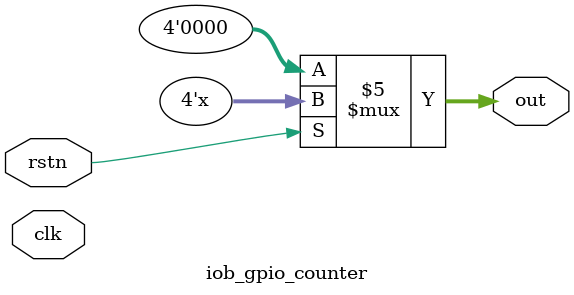
<source format=v>
`timescale 1ns/1ps

`include "iob_lib.vh"
`include "iob_gpio_swreg_def.vh"

module iob_gpio_counter (input clk, input rstn, output reg[3:0] out);
	always @ (*) 
	begin
		if(!rstn)
			out <= 0;
		else
			out <= out + 1;
	end
endmodule

</source>
